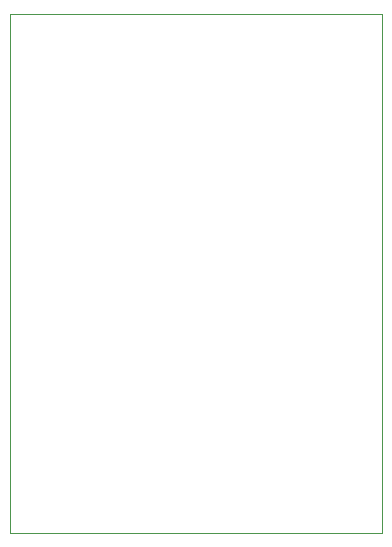
<source format=gbr>
%TF.GenerationSoftware,KiCad,Pcbnew,7.0.6-0*%
%TF.CreationDate,2023-07-24T12:55:41-04:00*%
%TF.ProjectId,Test_1_V1,54657374-5f31-45f5-9631-2e6b69636164,rev?*%
%TF.SameCoordinates,Original*%
%TF.FileFunction,Profile,NP*%
%FSLAX46Y46*%
G04 Gerber Fmt 4.6, Leading zero omitted, Abs format (unit mm)*
G04 Created by KiCad (PCBNEW 7.0.6-0) date 2023-07-24 12:55:41*
%MOMM*%
%LPD*%
G01*
G04 APERTURE LIST*
%TA.AperFunction,Profile*%
%ADD10C,0.100000*%
%TD*%
G04 APERTURE END LIST*
D10*
X123400000Y-86750000D02*
X154940000Y-86750000D01*
X154940000Y-130750000D01*
X123400000Y-130750000D01*
X123400000Y-86750000D01*
M02*

</source>
